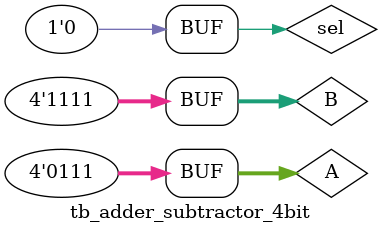
<source format=v>
`timescale 1ns / 1ps


module tb_adder_subtractor_4bit;

	reg [3:0] A;
	reg [3:0] B;
	reg sel;

	wire [3:0] sum;
	wire [3:0] sum_delay;
	wire cout;
	wire cout_delay;

	// Instantiate the Unit Under Test (UUT)
	Adder_Subtractor_4bit test_adder_subtractor_4bit (.A(A), .B(B), .sel(sel), .S(sum), .cout(cout));
	Adder_Subtractor_4bit_Delay test_adder_subtractor_4bit_delay (.A(A), .B(B), .sel(sel), .S(sum_delay), .cout(cout_delay));

	initial begin
		// Initialize Inputs
		A = 4'b0000; B = 4'b1001; sel = 1;
		#100;
		A = 4'b0001; B = 4'b1010; sel = 1;
		#100;
		A = 4'b0010; B = 4'b1111; sel = 1;
		#100;
		A = 4'b0011; B = 4'b1100; sel = 1;
		#100;
		A = 4'b0100; B = 4'b0110; sel = 1;
		#100;
		A = 4'b0101; B = 4'b1111; sel = 1;
		#100;
		A = 4'b0110; B = 4'b1110; sel = 1;
		#100;
		A = 4'b1111; B = 4'b1111; sel = 1;
		#100;
		
		A = 4'b0000; B = 4'b1001; sel = 0;
		#100;
		A = 4'b0001; B = 4'b1010; sel = 0;
		#100;
		A = 4'b0010; B = 4'b1000; sel = 0;
		#100;
		A = 4'b0011; B = 4'b1100; sel = 0;
		#100;
		A = 4'b0100; B = 4'b0110; sel = 0;
		#100;
		A = 4'b0101; B = 4'b1111; sel = 0;
		#100;
		A = 4'b0110; B = 4'b1110; sel = 0;
		#100;
		A = 4'b0111; B = 4'b1111; sel = 0;
		#100;
        
		// Add stimulus here

	end
      
endmodule


</source>
